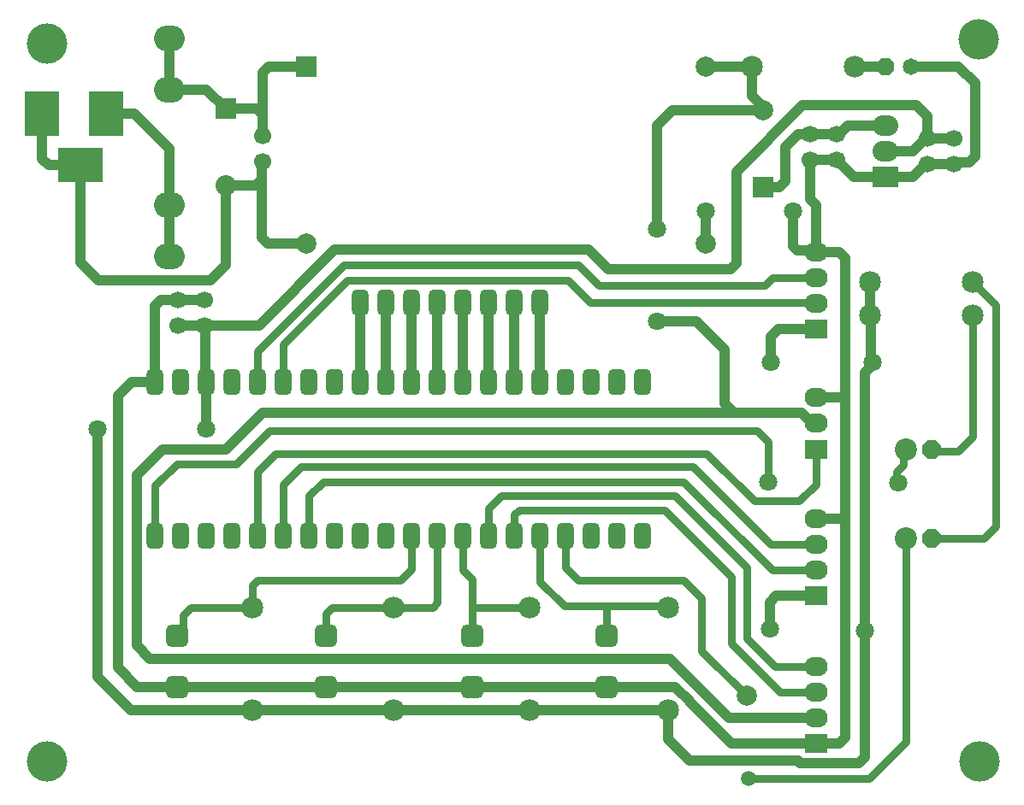
<source format=gbr>
%TF.GenerationSoftware,Altium Limited,Altium Designer,21.8.1 (53)*%
G04 Layer_Physical_Order=2*
G04 Layer_Color=16711680*
%FSLAX44Y44*%
%MOMM*%
%TF.SameCoordinates,91520053-62E4-4428-80EE-1A014EE8D518*%
%TF.FilePolarity,Positive*%
%TF.FileFunction,Copper,L2,Bot,Signal*%
%TF.Part,Single*%
G01*
G75*
%TA.AperFunction,Conductor*%
%ADD10C,1.0000*%
%ADD11C,0.8000*%
%TA.AperFunction,WasherPad*%
%ADD12C,4.0000*%
%TA.AperFunction,ConnectorPad*%
%ADD13R,3.5000X4.5000*%
%ADD14R,4.5000X3.5000*%
%TA.AperFunction,ComponentPad*%
%ADD15C,2.1590*%
G04:AMPARAMS|DCode=16|XSize=1.8mm|YSize=1.8mm|CornerRadius=0mm|HoleSize=0mm|Usage=FLASHONLY|Rotation=180.000|XOffset=0mm|YOffset=0mm|HoleType=Round|Shape=Octagon|*
%AMOCTAGOND16*
4,1,8,-0.9000,0.4500,-0.9000,-0.4500,-0.4500,-0.9000,0.4500,-0.9000,0.9000,-0.4500,0.9000,0.4500,0.4500,0.9000,-0.4500,0.9000,-0.9000,0.4500,0.0*
%
%ADD16OCTAGOND16*%

%ADD17C,2.2000*%
G04:AMPARAMS|DCode=18|XSize=2.2mm|YSize=2.2mm|CornerRadius=0.55mm|HoleSize=0mm|Usage=FLASHONLY|Rotation=270.000|XOffset=0mm|YOffset=0mm|HoleType=Round|Shape=RoundedRectangle|*
%AMROUNDEDRECTD18*
21,1,2.2000,1.1000,0,0,270.0*
21,1,1.1000,2.2000,0,0,270.0*
1,1,1.1000,-0.5500,-0.5500*
1,1,1.1000,-0.5500,0.5500*
1,1,1.1000,0.5500,0.5500*
1,1,1.1000,0.5500,-0.5500*
%
%ADD18ROUNDEDRECTD18*%
G04:AMPARAMS|DCode=19|XSize=2.5mm|YSize=1.65mm|CornerRadius=0.4125mm|HoleSize=0mm|Usage=FLASHONLY|Rotation=90.000|XOffset=0mm|YOffset=0mm|HoleType=Round|Shape=RoundedRectangle|*
%AMROUNDEDRECTD19*
21,1,2.5000,0.8250,0,0,90.0*
21,1,1.6750,1.6500,0,0,90.0*
1,1,0.8250,0.4125,0.8375*
1,1,0.8250,0.4125,-0.8375*
1,1,0.8250,-0.4125,-0.8375*
1,1,0.8250,-0.4125,0.8375*
%
%ADD19ROUNDEDRECTD19*%
%ADD20C,1.7000*%
G04:AMPARAMS|DCode=21|XSize=1.65mm|YSize=2.5mm|CornerRadius=0.4125mm|HoleSize=0mm|Usage=FLASHONLY|Rotation=180.000|XOffset=0mm|YOffset=0mm|HoleType=Round|Shape=RoundedRectangle|*
%AMROUNDEDRECTD21*
21,1,1.6500,1.6750,0,0,180.0*
21,1,0.8250,2.5000,0,0,180.0*
1,1,0.8250,-0.4125,0.8375*
1,1,0.8250,0.4125,0.8375*
1,1,0.8250,0.4125,-0.8375*
1,1,0.8250,-0.4125,-0.8375*
%
%ADD21ROUNDEDRECTD21*%
%ADD22O,2.5400X2.0320*%
%ADD23R,2.5400X2.0320*%
%ADD24C,2.0000*%
%ADD25R,2.0000X2.0000*%
%ADD26R,2.2860X1.9050*%
%ADD27O,2.2860X1.9050*%
%ADD28O,3.0480X2.5400*%
%ADD29C,1.6510*%
G04:AMPARAMS|DCode=30|XSize=1.651mm|YSize=1.651mm|CornerRadius=0mm|HoleSize=0mm|Usage=FLASHONLY|Rotation=0.000|XOffset=0mm|YOffset=0mm|HoleType=Round|Shape=Octagon|*
%AMOCTAGOND30*
4,1,8,0.8255,-0.4128,0.8255,0.4128,0.4128,0.8255,-0.4128,0.8255,-0.8255,0.4128,-0.8255,-0.4128,-0.4128,-0.8255,0.4128,-0.8255,0.8255,-0.4128,0.0*
%
%ADD30OCTAGOND30*%

%ADD31R,2.0320X2.0320*%
%ADD32C,2.0320*%
%TA.AperFunction,ViaPad*%
%ADD33C,1.8000*%
%ADD34C,1.5000*%
%ADD35C,2.0000*%
D10*
X118910Y145250D02*
Y313712D01*
Y145250D02*
X132080Y132080D01*
X646346D01*
X118910Y313712D02*
X144288Y339090D01*
X207010D01*
X243840Y375920D01*
X709930D01*
X187960Y359410D02*
Y406400D01*
X845820Y426720D02*
X847090Y425450D01*
Y423285D02*
Y425450D01*
X839470Y34593D02*
Y415665D01*
X844550Y472440D02*
X845820Y471170D01*
Y426720D02*
Y471170D01*
X839470Y415665D02*
X847090Y423285D01*
X844550Y472440D02*
Y505460D01*
X665955Y89695D02*
X707390Y48260D01*
X651510Y104140D02*
X653575Y102075D01*
X653774D01*
X665955Y89894D01*
Y89695D02*
Y89894D01*
X584200Y104140D02*
X651510D01*
X707390Y48260D02*
X791210D01*
X833612Y28735D02*
X839470Y34593D01*
X775638Y28735D02*
X833612D01*
X666230Y31000D02*
X773373D01*
X775638Y28735D01*
X645160Y52070D02*
X666230Y31000D01*
X80010Y114300D02*
X113030Y81280D01*
X233680D01*
X80010Y114300D02*
Y359410D01*
X450850Y104140D02*
X584200D01*
X646346Y132080D02*
X704766Y73660D01*
X791210D01*
X820420Y271780D02*
Y391160D01*
X791210D02*
X792942Y389428D01*
X791210Y270510D02*
X792480Y271780D01*
X709930Y375920D02*
X776933D01*
X787093Y365760D02*
X791210D01*
X776933Y375920D02*
X787093Y365760D01*
X701040Y384810D02*
X709930Y375920D01*
X745490Y161290D02*
Y187960D01*
X727710Y689776D02*
X739140Y678346D01*
Y675640D02*
Y678346D01*
X137160Y481753D02*
X143087Y487680D01*
X137160Y406400D02*
Y481753D01*
X819150Y270510D02*
X820420Y271780D01*
X791210Y270510D02*
X819150D01*
X948690Y629531D02*
Y702310D01*
X929521Y623674D02*
X942832D01*
X948690Y629531D01*
X928182Y622334D02*
X929521Y623674D01*
X820420Y391160D02*
Y528812D01*
X791210Y534670D02*
X814562D01*
X820420Y528812D01*
X791210Y391160D02*
X820420D01*
X63500Y524510D02*
X81280Y506730D01*
X191770D02*
X207010Y521970D01*
X81280Y506730D02*
X191770D01*
X207010Y521970D02*
Y600710D01*
X890430Y680560D02*
X901257Y669733D01*
X712470Y614680D02*
X778350Y680560D01*
X890430D01*
X240030Y462280D02*
X314960Y537210D01*
X186436Y462280D02*
X240030D01*
X314960Y537210D02*
X566420D01*
X242501Y549418D02*
X248358Y543560D01*
X242501Y549418D02*
Y606568D01*
X248358Y543560D02*
X287020D01*
X242501Y606568D02*
Y623501D01*
X243840Y624840D01*
X249698Y718560D02*
X287020D01*
X243840Y650240D02*
Y712702D01*
X249698Y718560D01*
X673100Y466090D02*
X701040Y438150D01*
Y384810D02*
Y438150D01*
X633730Y466090D02*
X673100D01*
X63500Y524510D02*
Y621030D01*
X820420Y54118D02*
Y271780D01*
X143087Y487680D02*
X159512D01*
X566420Y537210D02*
X585470Y518160D01*
X706612D01*
X901257Y647734D02*
Y669733D01*
X100330Y123190D02*
Y392430D01*
Y123190D02*
X119380Y104140D01*
X100330Y392430D02*
X114300Y406400D01*
X712470Y524018D02*
Y614680D01*
X706612Y518160D02*
X712470Y524018D01*
X645160Y52070D02*
Y81280D01*
X751840Y194310D02*
X791210D01*
X745490Y187960D02*
X751840Y194310D01*
X746760Y450850D02*
X754380Y458470D01*
X791210D01*
X746760Y425450D02*
Y450850D01*
X114300Y406400D02*
X137160D01*
X233680Y81280D02*
X373380D01*
X508000D01*
X645160D01*
X633730Y557530D02*
Y660400D01*
X648970Y675640D01*
X739140D01*
X901257Y622334D02*
X928182D01*
X885190Y718820D02*
X932180D01*
X948690Y702310D01*
X789478Y536402D02*
X791210Y534670D01*
X772476Y536402D02*
X789478D01*
X768350Y540528D02*
X772476Y536402D01*
X768350Y540528D02*
Y575310D01*
X681980Y575300D02*
X681990Y575310D01*
X681980Y543560D02*
Y575300D01*
X760730Y605298D02*
Y638810D01*
X773430Y651510D01*
X785180D01*
X784309Y651403D02*
X785072D01*
X785180Y651510D02*
X812104D01*
X739140Y599440D02*
X754872D01*
X760730Y605298D01*
X791210Y48260D02*
X814562D01*
X820420Y54118D01*
X306070Y104140D02*
X450850D01*
X158750D02*
X306070D01*
X119380D02*
X158750D01*
X186436Y462280D02*
X187198Y461518D01*
Y407162D02*
Y461518D01*
Y407162D02*
X187960Y406400D01*
X159512Y487680D02*
X186436D01*
X159512Y462280D02*
X186436D01*
X518160Y406400D02*
Y485140D01*
X492760Y406400D02*
Y485140D01*
X467360Y406400D02*
Y485140D01*
X441960Y406400D02*
Y485140D01*
X416560Y406400D02*
Y485140D01*
X391160Y406400D02*
Y485140D01*
X365760Y406400D02*
Y485140D01*
X340360Y406400D02*
Y485140D01*
X887490Y609600D02*
X900224Y622334D01*
X901257D01*
X859790Y609600D02*
X887490D01*
X791210Y534670D02*
Y581660D01*
X785180Y587691D02*
Y626110D01*
Y587691D02*
X791210Y581660D01*
X901257Y647734D02*
X928182D01*
X887490Y635000D02*
X900224Y647734D01*
X859790Y635000D02*
X887490D01*
X900224Y647734D02*
X901257D01*
X812104Y626110D02*
X828614Y609600D01*
X859790D01*
X785180Y626110D02*
X812104D01*
X822888Y660400D02*
X859790D01*
X812104Y651510D02*
X813998D01*
X822888Y660400D01*
X727710Y689776D02*
Y718820D01*
X829310D02*
X859790D01*
X727580Y718690D02*
X727710Y718820D01*
X681980Y718560D02*
X682110Y718690D01*
X727580D01*
X237982Y676910D02*
X242570Y672322D01*
X236643Y600710D02*
X242501Y606568D01*
X207010Y600710D02*
X236643D01*
X207010Y676910D02*
X237982D01*
X187960Y695960D02*
X207010Y676910D01*
X151130Y695960D02*
X187960D01*
X151130D02*
Y746760D01*
Y530860D02*
Y581660D01*
X31750Y621030D02*
X63500D01*
X25400Y627380D02*
Y671830D01*
Y627380D02*
X31750Y621030D01*
X151130Y581660D02*
Y637540D01*
X116840Y671830D02*
X151130Y637540D01*
X88900Y671830D02*
X116840D01*
D11*
X303530Y307340D02*
X660400D01*
X289560Y254000D02*
Y293370D01*
X303530Y307340D01*
X480060Y293370D02*
X651510D01*
X467360Y280670D02*
X480060Y293370D01*
X467360Y254000D02*
Y280670D01*
X877431Y336411D02*
X880110Y339090D01*
X871220Y307340D02*
X872490Y306070D01*
X871220Y307340D02*
Y317500D01*
X877431Y323711D02*
Y336411D01*
X871220Y317500D02*
X877431Y323711D01*
X748030Y509270D02*
X791210D01*
X740410Y501650D02*
X748030Y509270D01*
X576580Y501650D02*
X740410D01*
X250190Y358140D02*
X732790D01*
X217140Y325090D02*
X250190Y358140D01*
X158720Y325090D02*
X217140D01*
X872490Y306070D02*
Y308776D01*
X905510Y251460D02*
X957580D01*
X969010Y262890D01*
X844080Y13500D02*
X880110Y49530D01*
X878840Y251460D02*
X880110Y250190D01*
Y251460D01*
Y49530D02*
Y250190D01*
X724926Y13500D02*
X844080D01*
X906780Y337820D02*
X932180D01*
X905510Y339090D02*
X906780Y337820D01*
X946150Y351790D02*
Y472440D01*
X932180Y337820D02*
X946150Y351790D01*
Y505460D02*
X969010Y482600D01*
Y262890D02*
Y482600D01*
X678180Y139700D02*
Y191770D01*
Y139700D02*
X722630Y95250D01*
X660400Y209550D02*
X678180Y191770D01*
X556260Y209550D02*
X660400D01*
X543560Y222250D02*
X556260Y209550D01*
X543560Y222250D02*
Y254000D01*
X707390Y147320D02*
X755650Y99060D01*
X707390Y147320D02*
Y213360D01*
X641350Y279400D02*
X707390Y213360D01*
X651510Y293370D02*
X722630Y222250D01*
Y152400D02*
X750570Y124460D01*
X722630Y152400D02*
Y222250D01*
X755650Y99060D02*
X791210D01*
X750570Y124460D02*
X791210D01*
X584200Y184150D02*
X643890D01*
X542290D02*
X584200D01*
Y154940D02*
Y184150D01*
X643890D02*
X645160Y182880D01*
X518160Y208280D02*
X542290Y184150D01*
X660400Y307340D02*
X748030Y219710D01*
X791210D01*
X746760Y245110D02*
X791210D01*
X669590Y322280D02*
X746760Y245110D01*
X281640Y322280D02*
X669590D01*
X497446Y279400D02*
X641350D01*
X256540Y335280D02*
X683260D01*
X730250Y288290D01*
X774700D01*
X791210Y304800D01*
Y335280D01*
X744220Y307340D02*
Y346710D01*
X732790Y358140D02*
X744220Y346710D01*
X137160Y303530D02*
X158720Y325090D01*
X137160Y254000D02*
Y303530D01*
X238760Y317500D02*
X256540Y335280D01*
X787400D02*
X791210Y339090D01*
X264160Y304800D02*
X281640Y322280D01*
X518160Y208280D02*
Y254000D01*
X238760Y436880D02*
X323850Y521970D01*
X556260D02*
X576580Y501650D01*
X323850Y521970D02*
X556260D01*
X264160Y443230D02*
X327570Y506640D01*
X546190D01*
X567690Y485140D01*
X492760Y274714D02*
X497446Y279400D01*
X492760Y254000D02*
Y274714D01*
X373380Y182880D02*
X411874D01*
X416560Y187566D01*
X238366Y209550D02*
X379730D01*
X233680Y182880D02*
Y204864D01*
X238366Y209550D01*
X379730D02*
X391160Y220980D01*
X172720Y182880D02*
X233680D01*
X391160Y220980D02*
Y254000D01*
X416560Y187566D02*
Y254000D01*
X238760D02*
Y317500D01*
Y406400D02*
Y436880D01*
X264160Y406400D02*
Y443230D01*
X567690Y485140D02*
X789940D01*
X158750Y154940D02*
X164824Y161014D01*
Y174984D01*
X172720Y182880D01*
X312420D02*
X373380D01*
X306070Y176530D02*
X312420Y182880D01*
X306070Y154940D02*
Y176530D01*
X450850Y182880D02*
Y210820D01*
Y154940D02*
Y182880D01*
X508000D01*
X441960Y219710D02*
X450850Y210820D01*
X441960Y219710D02*
Y254000D01*
X264160D02*
Y304800D01*
X789940Y485140D02*
X791210Y483870D01*
D12*
X953200Y30400D02*
D03*
X30400Y30000D02*
D03*
X30000Y741400D02*
D03*
X952100Y745700D02*
D03*
D13*
X88900Y671830D02*
D03*
X25400D02*
D03*
D14*
X63500Y621030D02*
D03*
D15*
X844550Y472440D02*
D03*
X946150D02*
D03*
X844550Y505460D02*
D03*
X946150D02*
D03*
X233680Y81280D02*
D03*
Y182880D02*
D03*
X373380Y81280D02*
D03*
Y182880D02*
D03*
X508000Y81280D02*
D03*
Y182880D02*
D03*
X645160Y81280D02*
D03*
Y182880D02*
D03*
X829310Y718820D02*
D03*
X727710D02*
D03*
D16*
X905510Y339090D02*
D03*
Y251460D02*
D03*
D17*
X880110Y339090D02*
D03*
Y251460D02*
D03*
D18*
X306070Y104140D02*
D03*
Y154940D02*
D03*
X584200D02*
D03*
Y104140D02*
D03*
X450850Y154940D02*
D03*
Y104140D02*
D03*
X158750Y154940D02*
D03*
Y104140D02*
D03*
D19*
X619760Y406400D02*
D03*
X594360D02*
D03*
X568960D02*
D03*
X543560D02*
D03*
X518160D02*
D03*
X492760D02*
D03*
X467360D02*
D03*
X441960D02*
D03*
X416560D02*
D03*
X391160D02*
D03*
X365760D02*
D03*
X340360D02*
D03*
X314960D02*
D03*
X289560D02*
D03*
X264160D02*
D03*
X238760D02*
D03*
X213360D02*
D03*
X187960D02*
D03*
X162560D02*
D03*
X137160D02*
D03*
X619760Y254000D02*
D03*
X594360D02*
D03*
X568960D02*
D03*
X543560D02*
D03*
X518160D02*
D03*
X492760D02*
D03*
X467360D02*
D03*
X441960D02*
D03*
X416560D02*
D03*
X391160D02*
D03*
X365760D02*
D03*
X340360D02*
D03*
X314960D02*
D03*
X289560D02*
D03*
X264160D02*
D03*
X238760D02*
D03*
X213360D02*
D03*
X187960D02*
D03*
X162560D02*
D03*
X137160D02*
D03*
D20*
X159512Y462280D02*
D03*
Y487680D02*
D03*
X186436D02*
D03*
Y462280D02*
D03*
X812104Y651510D02*
D03*
Y626110D02*
D03*
X785180Y651510D02*
D03*
Y626110D02*
D03*
X928182Y647734D02*
D03*
Y622334D02*
D03*
X901257Y647734D02*
D03*
Y622334D02*
D03*
X243840Y624840D02*
D03*
Y650240D02*
D03*
D21*
X340360Y485140D02*
D03*
X365760D02*
D03*
X391160D02*
D03*
X416560D02*
D03*
X441960D02*
D03*
X467360D02*
D03*
X492760D02*
D03*
X518160D02*
D03*
D22*
X859790Y660400D02*
D03*
Y635000D02*
D03*
D23*
Y609600D02*
D03*
D24*
X739140Y675640D02*
D03*
X681980Y543560D02*
D03*
Y718560D02*
D03*
X287020Y543560D02*
D03*
D25*
X739140Y599440D02*
D03*
X287020Y718560D02*
D03*
D26*
X791210Y458470D02*
D03*
Y339090D02*
D03*
Y194310D02*
D03*
Y48260D02*
D03*
D27*
Y483870D02*
D03*
Y509270D02*
D03*
Y534670D02*
D03*
Y365760D02*
D03*
Y391160D02*
D03*
Y219710D02*
D03*
Y245110D02*
D03*
Y270510D02*
D03*
Y73660D02*
D03*
Y99060D02*
D03*
Y124460D02*
D03*
D28*
X151130Y695960D02*
D03*
Y581660D02*
D03*
Y530860D02*
D03*
Y746760D02*
D03*
D29*
X885190Y718820D02*
D03*
D30*
X859790D02*
D03*
D31*
X207010Y676910D02*
D03*
D32*
Y600710D02*
D03*
D33*
X187960Y359410D02*
D03*
X872490Y306070D02*
D03*
X847090Y425450D02*
D03*
X744220Y307340D02*
D03*
X745490Y161290D02*
D03*
X80010Y359410D02*
D03*
X839470Y160020D02*
D03*
X746760Y425450D02*
D03*
X633730Y466090D02*
D03*
Y557530D02*
D03*
X768350Y575310D02*
D03*
X681990D02*
D03*
D34*
X724926Y13500D02*
D03*
D35*
X722630Y95250D02*
D03*
%TF.MD5,5db05f5271ce7f6e80d261684f93658e*%
M02*

</source>
